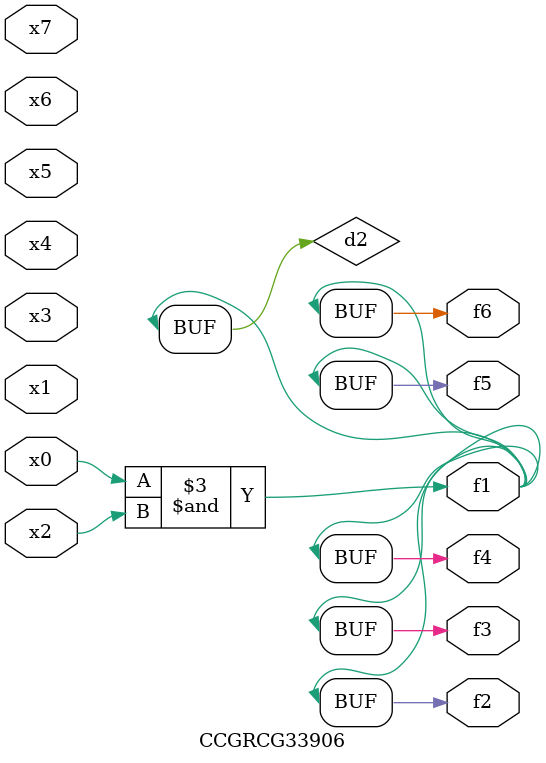
<source format=v>
module CCGRCG33906(
	input x0, x1, x2, x3, x4, x5, x6, x7,
	output f1, f2, f3, f4, f5, f6
);

	wire d1, d2;

	nor (d1, x3, x6);
	and (d2, x0, x2);
	assign f1 = d2;
	assign f2 = d2;
	assign f3 = d2;
	assign f4 = d2;
	assign f5 = d2;
	assign f6 = d2;
endmodule

</source>
